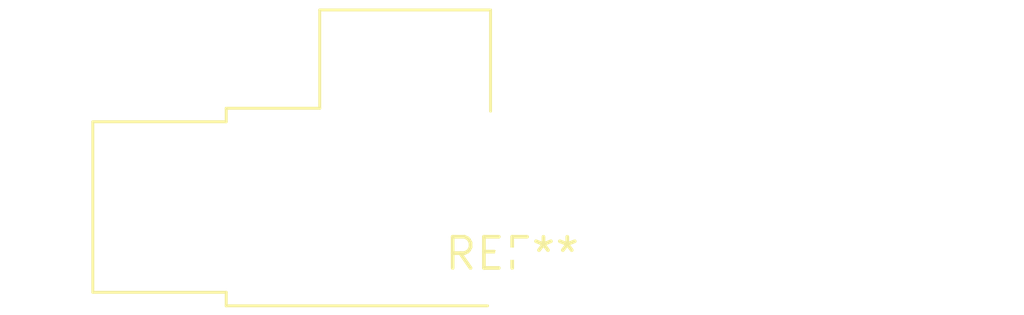
<source format=kicad_pcb>
(kicad_pcb (version 20240108) (generator pcbnew)
  (layers (0 "F.Cu" signal) (31 "B.Cu" signal) (34 "B.Paste" user) (35 "F.Paste" user) (36 "B.SilkS" user "B.Silkscreen") (37 "F.SilkS" user "F.Silkscreen") (38 "B.Mask" user) (39 "F.Mask" user) (44 "Edge.Cuts" user))
  (net 0 "")
  (footprint "Jack_3.5mm_Technik_TWP-3002_Horizontal" (layer "F.Cu") (at 0 0)
    (property "Reference" "REF**")
    (property "Value" "Jack_3.5mm_Technik_TWP-3002_Horizontal")
    (fp_line (start -17.04 -5.37) (end -17.04 1.57) (layer "F.SilkS") (stroke (width 0.12)))
    (fp_line (start -17.04 1.57) (end -11.62 1.57) (layer "F.SilkS") (stroke (width 0.12)))
    (fp_line (start -11.62 -5.92) (end -11.62 -5.37) (layer "F.SilkS") (stroke (width 0.12)))
    (fp_line (start -11.62 -5.37) (end -17.04 -5.37) (layer "F.SilkS") (stroke (width 0.12)))
    (fp_line (start -11.62 1.57) (end -11.62 2.12) (layer "F.SilkS") (stroke (width 0.12)))
    (fp_line (start -11.62 2.12) (end -1 2.12) (layer "F.SilkS") (stroke (width 0.12)))
    (fp_line (start -7.82 -9.92) (end -7.82 -5.92) (layer "F.SilkS") (stroke (width 0.12)))
    (fp_line (start -7.82 -5.92) (end -11.62 -5.92) (layer "F.SilkS") (stroke (width 0.12)))
    (fp_line (start -0.88 -9.92) (end -7.82 -9.92) (layer "F.SilkS") (stroke (width 0.12)))
    (fp_line (start -0.88 -5.8) (end -0.88 -9.92) (layer "F.SilkS") (stroke (width 0.12)))
    (pad "" thru_hole oval (at -9 -3.8) (size 1.9 1) (drill oval 1.4 0.5) (layers *.Cu *.Mask) (remove_unused_layers))
    (pad "" thru_hole oval (at -9 0) (size 1.9 1) (drill oval 1.4 0.5) (layers *.Cu *.Mask) (remove_unused_layers))
    (pad "" np_thru_hole circle (at -4.05 -7.8) (size 1.6 1.6) (drill 1.6) (layers *.Cu *.Mask))
    (pad "R1" thru_hole oval (at 0 -1.9) (size 1 1.9) (drill oval 0.5 1.4) (layers *.Cu *.Mask) (remove_unused_layers))
    (pad "R2" thru_hole oval (at 0 -5.1) (size 1.9 1) (drill oval 1.4 0.5) (layers *.Cu *.Mask) (remove_unused_layers))
    (pad "S" thru_hole oval (at 0 1.3) (size 1.9 1) (drill oval 1.4 0.5) (layers *.Cu *.Mask) (remove_unused_layers))
    (pad "T" thru_hole oval (at 0 -3.8) (size 1.9 1) (drill oval 1.4 0.5) (layers *.Cu *.Mask) (remove_unused_layers))
    (pad "T" thru_hole oval (at 0 0) (size 1.9 1) (drill oval 1.4 0.5) (layers *.Cu *.Mask) (remove_unused_layers))
  )
)
</source>
